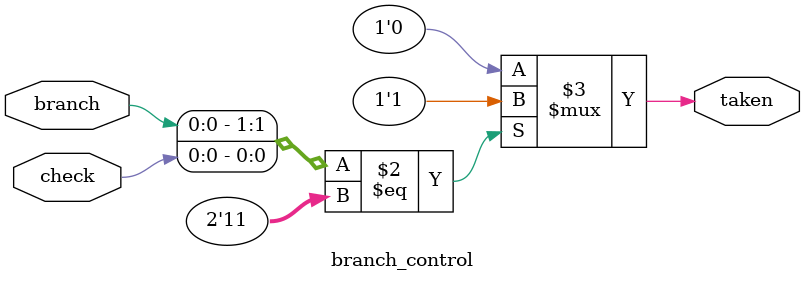
<source format=v>
module branch_control
(
  // current pc
  input branch,
  input check,

  output reg taken 
);

///////////////////////////////////////////////////////////////////////////////
// TODO : You need to do something!
//////////////////////////////////////////////////////////////////////////////
always @(*) begin
  taken = ({branch, check}==2'b11)? 1'b1:1'b0;
end
endmodule

</source>
